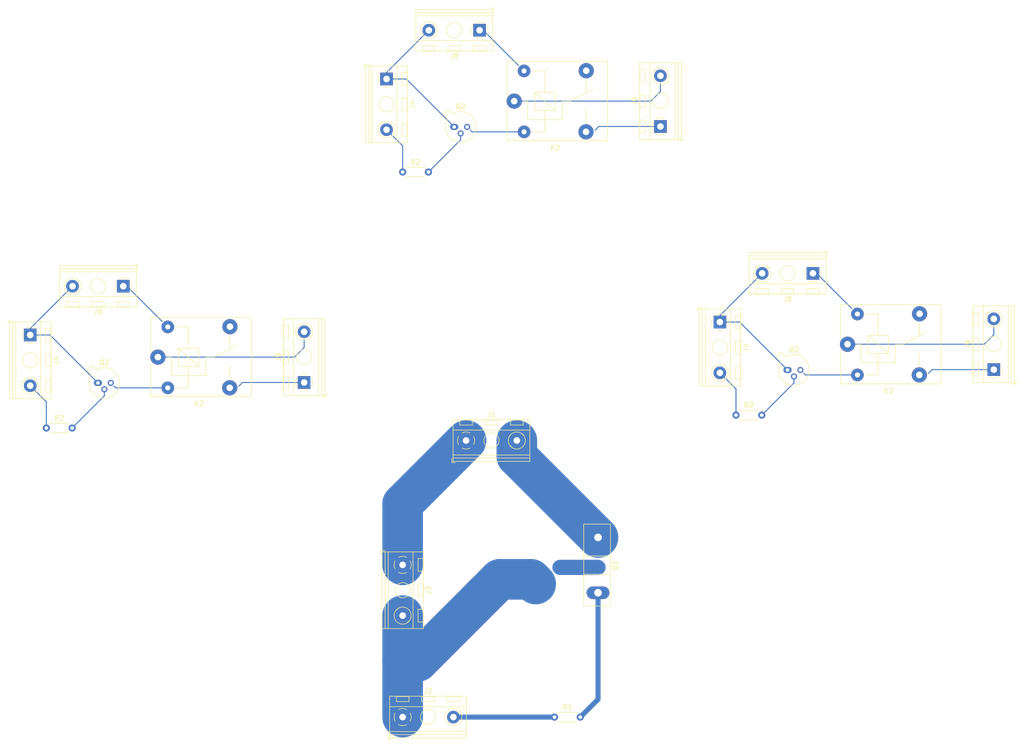
<source format=kicad_pcb>
(kicad_pcb (version 20240108) (generator "pcbnew") (generator_version "8.0")
  (layers (0 "F.Cu" signal) (31 "B.Cu" signal) (34 "B.Paste" user) (35 "F.Paste" user) (36 "B.SilkS" user "B.Silkscreen") (37 "F.SilkS" user "F.Silkscreen") (38 "B.Mask" user) (39 "F.Mask" user) (44 "Edge.Cuts" user))
  (net 0 "")
  (net 1 "Net-(J4-Pin_1)")
  (net 2 "Net-(J4-Pin_2)")
  (net 3 "Net-(J8-Pin_1)")
  (net 4 "Net-(J9-Pin_1)")
  (net 5 "Net-(J9-Pin_2)")
  (net 6 "Net-(Q2-B)")
  (net 7 "Net-(Q2-C)")
  (footprint "TerminalBlock_RND:TerminalBlock_RND_205-00298_1x02_P10.00mm_Horizontal" (layer "F.Cu") (at 68.7775 88.5425 180)
    (property "Reference" "J8" (at 5 -5.11 0) (layer "F.SilkS"))
    (property "Value" "Screw_Terminal_01x02")
    (pad "1" thru_hole rect (at 0 0 180) (size 2.5 2.5) (drill 1.3) (layers "*.Cu" "*.Mask") (net 3 "Net-(J8-Pin_1)"))
    (pad "2" thru_hole circle (at 10 0 180) (size 2.5 2.5) (drill 1.3) (layers "*.Cu" "*.Mask") (net 1 "Net-(J4-Pin_1)"))
  )
  (footprint "TerminalBlock_RND:TerminalBlock_RND_205-00298_1x02_P10.00mm_Horizontal" (layer "F.Cu") (at 104.4175 107.5125 90)
    (property "Reference" "J9" (at 5 -5.11 90) (layer "F.SilkS"))
    (property "Value" "Screw_Terminal_01x02")
    (pad "1" thru_hole rect (at 0 0 90) (size 2.5 2.5) (drill 1.3) (layers "*.Cu" "*.Mask") (net 4 "Net-(J9-Pin_1)"))
    (pad "2" thru_hole circle (at 10 0 90) (size 2.5 2.5) (drill 1.3) (layers "*.Cu" "*.Mask") (net 5 "Net-(J9-Pin_2)"))
  )
  (footprint "Relay_THT:Relay_SPDT_SANYOU_SRD_Series_Form_C" (layer "F.Cu") (at 145.805 52.07)
    (property "Reference" "K2" (at 8.1 9.2 0) (layer "F.SilkS"))
    (property "Value" "Relay_SPST-NO")
    (pad "1" thru_hole circle (at 0 0 90) (size 3 3) (drill 1.3) (layers "*.Cu" "*.Mask"))
    (pad "2" thru_hole circle (at 1.95 6.05 90) (size 2.5 2.5) (drill 1) (layers "*.Cu" "*.Mask"))
    (pad "3" thru_hole circle (at 14.15 6.05 90) (size 3 3) (drill 1.3) (layers "*.Cu" "*.Mask"))
    (pad "4" thru_hole circle (at 14.2 -6 90) (size 3 3) (drill 1.3) (layers "*.Cu" "*.Mask"))
    (pad "5" thru_hole circle (at 1.95 -5.95 90) (size 2.5 2.5) (drill 1) (layers "*.Cu" "*.Mask"))
  )
  (footprint "TerminalBlock_RND:TerminalBlock_RND_205-00298_1x02_P10.00mm_Horizontal" (layer "F.Cu") (at 50.4425 98.1475 -90)
    (property "Reference" "J4" (at 5 -5.11 90) (layer "F.SilkS"))
    (property "Value" "Screw_Terminal_01x02")
    (pad "1" thru_hole rect (at 0 0 270) (size 2.5 2.5) (drill 1.3) (layers "*.Cu" "*.Mask") (net 1 "Net-(J4-Pin_1)"))
    (pad "2" thru_hole circle (at 10 0 270) (size 2.5 2.5) (drill 1.3) (layers "*.Cu" "*.Mask") (net 2 "Net-(J4-Pin_2)"))
  )
  (footprint "TerminalBlock_RND:TerminalBlock_RND_205-00298_1x02_P10.00mm_Horizontal" (layer "F.Cu") (at 138.985 38.1 180)
    (property "Reference" "J8" (at 5 -5.11 360) (layer "F.SilkS"))
    (property "Value" "Screw_Terminal_01x02")
    (pad "1" thru_hole rect (at 0 0 180) (size 2.5 2.5) (drill 1.3) (layers "*.Cu" "*.Mask") (net 3 "Net-(J8-Pin_1)"))
    (pad "2" thru_hole circle (at 10 0 180) (size 2.5 2.5) (drill 1.3) (layers "*.Cu" "*.Mask") (net 1 "Net-(J4-Pin_1)"))
  )
  (footprint "TerminalBlock_RND:TerminalBlock_RND_205-00298_1x02_P10.00mm_Horizontal" (layer "F.Cu") (at 123.825 173.445)
    (property "Reference" "J2" (at 5 -5.11 0) (layer "F.SilkS"))
    (property "Value" "Screw_Terminal_01x02")
    (pad "1" thru_hole rect (at 0 0) (size 2.5 2.5) (drill 1.3) (layers "*.Cu" "*.Mask"))
    (pad "2" thru_hole circle (at 10 0) (size 2.5 2.5) (drill 1.3) (layers "*.Cu" "*.Mask"))
  )
  (footprint "TerminalBlock_RND:TerminalBlock_RND_205-00298_1x02_P10.00mm_Horizontal" (layer "F.Cu") (at 204.6675 86.0025 180)
    (property "Reference" "J8" (at 5 -5.11 0) (layer "F.SilkS"))
    (property "Value" "Screw_Terminal_01x02")
    (pad "1" thru_hole rect (at 0 0 180) (size 2.5 2.5) (drill 1.3) (layers "*.Cu" "*.Mask") (net 3 "Net-(J8-Pin_1)"))
    (pad "2" thru_hole circle (at 10 0 180) (size 2.5 2.5) (drill 1.3) (layers "*.Cu" "*.Mask") (net 1 "Net-(J4-Pin_1)"))
  )
  (footprint "Package_TO_SOT_THT:TO-247-2_Vertical" (layer "F.Cu") (at 162.325 138.045 -90)
    (property "Reference" "Q1" (at 5.45 -3.45 90) (layer "F.SilkS"))
    (property "Value" "NMOS")
    (pad "1" thru_hole rect (at 0 0 270) (size 2.5 4.5) (drill 1.5) (layers "*.Cu" "*.Mask"))
    (pad "2" thru_hole oval (at 10.9 0 270) (size 2.5 4.5) (drill 1.5) (layers "*.Cu" "*.Mask"))
  )
  (footprint "Package_TO_SOT_THT:TO-18-3" (layer "F.Cu") (at 199.6675 105.0525)
    (property "Reference" "Q2" (at 1.27 -4.02 0) (layer "F.SilkS"))
    (property "Value" "BC107" (hide yes))
    (pad "1" thru_hole oval (at 0 0) (size 1.6 1.2) (drill 0.7) (layers "*.Cu" "*.Mask") (net 1 "Net-(J4-Pin_1)"))
    (pad "2" thru_hole oval (at 1.27 1.27) (size 1.2 1.2) (drill 0.7) (layers "*.Cu" "*.Mask") (net 6 "Net-(Q2-B)"))
    (pad "3" thru_hole oval (at 2.54 0) (size 1.2 1.2) (drill 0.7) (layers "*.Cu" "*.Mask") (net 7 "Net-(Q2-C)"))
  )
  (footprint "Package_TO_SOT_THT:TO-18-3" (layer "F.Cu") (at 133.985 57.15)
    (property "Reference" "Q2" (at 1.27 -4.02 0) (layer "F.SilkS"))
    (property "Value" "BC107" (hide yes))
    (pad "1" thru_hole oval (at 0 0) (size 1.6 1.2) (drill 0.7) (layers "*.Cu" "*.Mask") (net 1 "Net-(J4-Pin_1)"))
    (pad "2" thru_hole oval (at 1.27 1.27) (size 1.2 1.2) (drill 0.7) (layers "*.Cu" "*.Mask") (net 6 "Net-(Q2-B)"))
    (pad "3" thru_hole oval (at 2.54 0) (size 1.2 1.2) (drill 0.7) (layers "*.Cu" "*.Mask") (net 7 "Net-(Q2-C)"))
  )
  (footprint "Package_TO_SOT_THT:TO-18-3" (layer "F.Cu") (at 63.7775 107.5925)
    (property "Reference" "Q2" (at 1.27 -4.02 0) (layer "F.SilkS"))
    (property "Value" "BC107" (hide yes))
    (pad "1" thru_hole oval (at 0 0) (size 1.6 1.2) (drill 0.7) (layers "*.Cu" "*.Mask") (net 1 "Net-(J4-Pin_1)"))
    (pad "2" thru_hole oval (at 1.27 1.27) (size 1.2 1.2) (drill 0.7) (layers "*.Cu" "*.Mask") (net 6 "Net-(Q2-B)"))
    (pad "3" thru_hole oval (at 2.54 0) (size 1.2 1.2) (drill 0.7) (layers "*.Cu" "*.Mask") (net 7 "Net-(Q2-C)"))
  )
  (footprint "Relay_THT:Relay_SPDT_SANYOU_SRD_Series_Form_C" (layer "F.Cu") (at 211.4875 99.9725)
    (property "Reference" "K2" (at 8.1 9.2 0) (layer "F.SilkS"))
    (property "Value" "Relay_SPST-NO")
    (pad "1" thru_hole circle (at 0 0 90) (size 3 3) (drill 1.3) (layers "*.Cu" "*.Mask"))
    (pad "2" thru_hole circle (at 1.95 6.05 90) (size 2.5 2.5) (drill 1) (layers "*.Cu" "*.Mask"))
    (pad "3" thru_hole circle (at 14.15 6.05 90) (size 3 3) (drill 1.3) (layers "*.Cu" "*.Mask"))
    (pad "4" thru_hole circle (at 14.2 -6 90) (size 3 3) (drill 1.3) (layers "*.Cu" "*.Mask"))
    (pad "5" thru_hole circle (at 1.95 -5.95 90) (size 2.5 2.5) (drill 1) (layers "*.Cu" "*.Mask"))
  )
  (footprint "TerminalBlock_RND:TerminalBlock_RND_205-00298_1x02_P10.00mm_Horizontal" (layer "F.Cu") (at 240.3075 104.9725 90)
    (property "Reference" "J9" (at 5 -5.11 90) (layer "F.SilkS"))
    (property "Value" "Screw_Terminal_01x02")
    (pad "1" thru_hole rect (at 0 0 90) (size 2.5 2.5) (drill 1.3) (layers "*.Cu" "*.Mask") (net 4 "Net-(J9-Pin_1)"))
    (pad "2" thru_hole circle (at 10 0 90) (size 2.5 2.5) (drill 1.3) (layers "*.Cu" "*.Mask") (net 5 "Net-(J9-Pin_2)"))
  )
  (footprint "TerminalBlock_RND:TerminalBlock_RND_205-00298_1x02_P10.00mm_Horizontal" (layer "F.Cu") (at 174.625 57.07 90)
    (property "Reference" "J9" (at 5 -5.11 90) (layer "F.SilkS"))
    (property "Value" "Screw_Terminal_01x02")
    (pad "1" thru_hole rect (at 0 0 90) (size 2.5 2.5) (drill 1.3) (layers "*.Cu" "*.Mask") (net 4 "Net-(J9-Pin_1)"))
    (pad "2" thru_hole circle (at 10 0 90) (size 2.5 2.5) (drill 1.3) (layers "*.Cu" "*.Mask") (net 5 "Net-(J9-Pin_2)"))
  )
  (footprint "Resistor_THT:R_Axial_DIN0204_L3.6mm_D1.6mm_P5.08mm_Horizontal" (layer "F.Cu") (at 153.745 173.445)
    (property "Reference" "R1" (at 2.54 -1.92 0) (layer "F.SilkS"))
    (property "Value" "R")
    (pad "1" thru_hole circle (at 0 0) (size 1.4 1.4) (drill 0.7) (layers "*.Cu" "*.Mask"))
    (pad "2" thru_hole oval (at 5.08 0) (size 1.4 1.4) (drill 0.7) (layers "*.Cu" "*.Mask"))
  )
  (footprint "Resistor_THT:R_Axial_DIN0204_L3.6mm_D1.6mm_P5.08mm_Horizontal" (layer "F.Cu") (at 189.5075 113.9425)
    (property "Reference" "R2" (at 2.54 -1.92 0) (layer "F.SilkS"))
    (property "Value" "R")
    (pad "1" thru_hole circle (at 0 0) (size 1.4 1.4) (drill 0.7) (layers "*.Cu" "*.Mask") (net 2 "Net-(J4-Pin_2)"))
    (pad "2" thru_hole oval (at 5.08 0) (size 1.4 1.4) (drill 0.7) (layers "*.Cu" "*.Mask") (net 6 "Net-(Q2-B)"))
  )
  (footprint "Relay_THT:Relay_SPDT_SANYOU_SRD_Series_Form_C" (layer "F.Cu") (at 75.5975 102.5125)
    (property "Reference" "K2" (at 8.1 9.2 0) (layer "F.SilkS"))
    (property "Value" "Relay_SPST-NO")
    (pad "1" thru_hole circle (at 0 0 90) (size 3 3) (drill 1.3) (layers "*.Cu" "*.Mask"))
    (pad "2" thru_hole circle (at 1.95 6.05 90) (size 2.5 2.5) (drill 1) (layers "*.Cu" "*.Mask"))
    (pad "3" thru_hole circle (at 14.15 6.05 90) (size 3 3) (drill 1.3) (layers "*.Cu" "*.Mask"))
    (pad "4" thru_hole circle (at 14.2 -6 90) (size 3 3) (drill 1.3) (layers "*.Cu" "*.Mask"))
    (pad "5" thru_hole circle (at 1.95 -5.95 90) (size 2.5 2.5) (drill 1) (layers "*.Cu" "*.Mask"))
  )
  (footprint "Resistor_THT:R_Axial_DIN0204_L3.6mm_D1.6mm_P5.08mm_Horizontal" (layer "F.Cu") (at 53.6175 116.4825)
    (property "Reference" "R2" (at 2.54 -1.92 0) (layer "F.SilkS"))
    (property "Value" "R")
    (pad "1" thru_hole circle (at 0 0) (size 1.4 1.4) (drill 0.7) (layers "*.Cu" "*.Mask") (net 2 "Net-(J4-Pin_2)"))
    (pad "2" thru_hole oval (at 5.08 0) (size 1.4 1.4) (drill 0.7) (layers "*.Cu" "*.Mask") (net 6 "Net-(Q2-B)"))
  )
  (footprint "TerminalBlock_RND:TerminalBlock_RND_205-00298_1x02_P10.00mm_Horizontal" (layer "F.Cu") (at 136.325 118.945)
    (property "Reference" "J1" (at 5 -5.11 0) (layer "F.SilkS"))
    (property "Value" "Screw_Terminal_01x02")
    (pad "1" thru_hole rect (at 0 0) (size 2.5 2.5) (drill 1.3) (layers "*.Cu" "*.Mask"))
    (pad "2" thru_hole circle (at 10 0) (size 2.5 2.5) (drill 1.3) (layers "*.Cu" "*.Mask"))
  )
  (footprint "TerminalBlock_RND:TerminalBlock_RND_205-00298_1x02_P10.00mm_Horizontal" (layer "F.Cu") (at 120.65 47.705 -90)
    (property "Reference" "J4" (at 5 -5.11 90) (layer "F.SilkS"))
    (property "Value" "Screw_Terminal_01x02")
    (pad "1" thru_hole rect (at 0 0 270) (size 2.5 2.5) (drill 1.3) (layers "*.Cu" "*.Mask") (net 1 "Net-(J4-Pin_1)"))
    (pad "2" thru_hole circle (at 10 0 270) (size 2.5 2.5) (drill 1.3) (layers "*.Cu" "*.Mask") (net 2 "Net-(J4-Pin_2)"))
  )
  (footprint "Resistor_THT:R_Axial_DIN0204_L3.6mm_D1.6mm_P5.08mm_Horizontal" (layer "F.Cu") (at 123.825 66.04)
    (property "Reference" "R2" (at 2.54 -1.92 360) (layer "F.SilkS"))
    (property "Value" "R")
    (pad "1" thru_hole circle (at 0 0) (size 1.4 1.4) (drill 0.7) (layers "*.Cu" "*.Mask") (net 2 "Net-(J4-Pin_2)"))
    (pad "2" thru_hole oval (at 5.08 0) (size 1.4 1.4) (drill 0.7) (layers "*.Cu" "*.Mask") (net 6 "Net-(Q2-B)"))
  )
  (footprint "TerminalBlock_RND:TerminalBlock_RND_205-00298_1x02_P10.00mm_Horizontal" (layer "F.Cu") (at 123.825 143.445 -90)
    (property "Reference" "J3" (at 5 -5.11 90) (layer "F.SilkS"))
    (property "Value" "Screw_Terminal_01x02")
    (pad "1" thru_hole rect (at 0 0 270) (size 2.5 2.5) (drill 1.3) (layers "*.Cu" "*.Mask"))
    (pad "2" thru_hole circle (at 10 0 270) (size 2.5 2.5) (drill 1.3) (layers "*.Cu" "*.Mask"))
  )
  (footprint "TerminalBlock_RND:TerminalBlock_RND_205-00298_1x02_P10.00mm_Horizontal" (layer "F.Cu") (at 186.3325 95.6075 -90)
    (property "Reference" "J4" (at 5 -5.11 90) (layer "F.SilkS"))
    (property "Value" "Screw_Terminal_01x02")
    (pad "1" thru_hole rect (at 0 0 270) (size 2.5 2.5) (drill 1.3) (layers "*.Cu" "*.Mask") (net 1 "Net-(J4-Pin_1)"))
    (pad "2" thru_hole circle (at 10 0 270) (size 2.5 2.5) (drill 1.3) (layers "*.Cu" "*.Mask") (net 2 "Net-(J4-Pin_2)"))
  )
  (segment (start 123.825 131.445) (end 136.325 118.945) (width 8) (layer "B.Cu") (net 0))
  (segment (start 238.4075 99.9725) (end 240.3075 98.0725) (width 0.2) (layer "B.Cu") (net 0))
  (segment (start 149.125 146.306017) (end 150.044492 147.225509) (width 8) (layer "B.Cu") (net 0))
  (segment (start 142.963983 146.306017) (end 149.125 146.306017) (width 8) (layer "B.Cu") (net 0))
  (segment (start 203.1775 106.0225) (end 202.843896 105.688896) (width 0.2) (layer "B.Cu") (net 0))
  (segment (start 126.825 162.445) (end 139.825 149.445) (width 8) (layer "B.Cu") (net 0))
  (segment (start 172.725 52.07) (end 174.625 50.17) (width 0.2) (layer "B.Cu") (net 0))
  (segment (start 146.325 118.945) (end 146.325 122.045) (width 8) (layer "B.Cu") (net 0))
  (segment (start 102.5175 102.5125) (end 104.4175 100.6125) (width 0.2) (layer "B.Cu") (net 0))
  (segment (start 147.755 58.12) (end 137.495 58.12) (width 0.2) (layer "B.Cu") (net 0))
  (segment (start 158.825 173.445) (end 162.325 169.945) (width 1) (layer "B.Cu") (net 0))
  (segment (start 137.495 58.12) (end 137.161396 57.786396) (width 0.2) (layer "B.Cu") (net 0))
  (segment (start 153.745 173.445) (end 133.825 173.445) (width 1) (layer "B.Cu") (net 0))
  (segment (start 77.5475 108.5625) (end 67.2875 108.5625) (width 0.2) (layer "B.Cu") (net 0))
  (segment (start 162.325 169.945) (end 162.325 148.945) (width 1) (layer "B.Cu") (net 0))
  (segment (start 139.825 149.445) (end 142.963983 146.306017) (width 8) (layer "B.Cu") (net 0))
  (segment (start 162.325 143.945) (end 154.825 143.945) (width 3) (layer "B.Cu") (net 0))
  (segment (start 67.2875 108.5625) (end 66.953896 108.228896) (width 0.2) (layer "B.Cu") (net 0))
  (segment (start 75.5975 102.5125) (end 102.5175 102.5125) (width 0.2) (layer "B.Cu") (net 0))
  (segment (start 123.825 153.445) (end 123.825 162.445) (width 8) (layer "B.Cu") (net 0))
  (segment (start 123.825 162.445) (end 126.825 162.445) (width 8) (layer "B.Cu") (net 0))
  (segment (start 146.325 122.045) (end 162.325 138.045) (width 8) (layer "B.Cu") (net 0))
  (segment (start 240.3075 98.0725) (end 240.3075 96.5225) (width 0.2) (layer "B.Cu") (net 0))
  (segment (start 211.4875 99.9725) (end 238.4075 99.9725) (width 0.2) (layer "B.Cu") (net 0))
  (segment (start 123.825 162.445) (end 123.825 173.445) (width 8) (layer "B.Cu") (net 0))
  (segment (start 123.825 143.445) (end 123.825 131.445) (width 8) (layer "B.Cu") (net 0))
  (segment (start 104.4175 100.6125) (end 104.4175 99.0625) (width 0.2) (layer "B.Cu") (net 0))
  (segment (start 213.4375 106.0225) (end 203.1775 106.0225) (width 0.2) (layer "B.Cu") (net 0))
  (segment (start 145.805 52.07) (end 172.725 52.07) (width 0.2) (layer "B.Cu") (net 0))
  (segment (start 174.625 50.17) (end 174.625 48.62) (width 0.2) (layer "B.Cu") (net 0))
  (segment (start 120.65 46.435) (end 120.65 47.705) (width 0.2) (layer "B.Cu") (net 1))
  (segment (start 128.985 38.1) (end 120.65 46.435) (width 0.2) (layer "B.Cu") (net 1))
  (segment (start 50.4425 98.1475) (end 54.3325 98.1475) (width 0.2) (layer "B.Cu") (net 1))
  (segment (start 58.7775 88.5425) (end 50.4425 96.8775) (width 0.2) (layer "B.Cu") (net 1))
  (segment (start 186.3325 95.6075) (end 190.2225 95.6075) (width 0.2) (layer "B.Cu") (net 1))
  (segment (start 124.54 47.705) (end 133.985 57.15) (width 0.2) (layer "B.Cu") (net 1))
  (segment (start 186.3325 94.3375) (end 186.3325 95.6075) (width 0.2) (layer "B.Cu") (net 1))
  (segment (start 50.4425 96.8775) (end 50.4425 98.1475) (width 0.2) (layer "B.Cu") (net 1))
  (segment (start 190.2225 95.6075) (end 199.6675 105.0525) (width 0.2) (layer "B.Cu") (net 1))
  (segment (start 194.6675 86.0025) (end 186.3325 94.3375) (width 0.2) (layer "B.Cu") (net 1))
  (segment (start 54.3325 98.1475) (end 63.7775 107.5925) (width 0.2) (layer "B.Cu") (net 1))
  (segment (start 120.65 47.705) (end 124.54 47.705) (width 0.2) (layer "B.Cu") (net 1))
  (segment (start 123.825 66.04) (end 123.825 60.88) (width 0.2) (layer "B.Cu") (net 2))
  (segment (start 189.5075 113.9425) (end 189.5075 108.7825) (width 0.2) (layer "B.Cu") (net 2))
  (segment (start 53.6175 111.3225) (end 50.4425 108.1475) (width 0.2) (layer "B.Cu") (net 2))
  (segment (start 53.6175 116.4825) (end 53.6175 111.3225) (width 0.2) (layer "B.Cu") (net 2))
  (segment (start 189.5075 108.7825) (end 186.3325 105.6075) (width 0.2) (layer "B.Cu") (net 2))
  (segment (start 123.825 60.88) (end 120.65 57.705) (width 0.2) (layer "B.Cu") (net 2))
  (segment (start 204.6675 86.0025) (end 205.3825 86.0025) (width 0.2) (layer "B.Cu") (net 3))
  (segment (start 69.4925 88.5425) (end 76.433984 95.483984) (width 0.2) (layer "B.Cu") (net 3))
  (segment (start 205.3825 86.0025) (end 212.323984 92.943984) (width 0.2) (layer "B.Cu") (net 3))
  (segment (start 139.7 38.1) (end 146.641484 45.041484) (width 0.2) (layer "B.Cu") (net 3))
  (segment (start 138.985 38.1) (end 139.7 38.1) (width 0.2) (layer "B.Cu") (net 3))
  (segment (start 68.7775 88.5425) (end 69.4925 88.5425) (width 0.2) (layer "B.Cu") (net 3))
  (segment (start 104.3575 108.5625) (end 105.4075 107.5125) (width 0.2) (layer "F.Cu") (net 4))
  (segment (start 240.2475 106.0225) (end 241.2975 104.9725) (width 0.2) (layer "F.Cu") (net 4))
  (segment (start 174.565 58.12) (end 175.615 57.07) (width 0.2) (layer "F.Cu") (net 4))
  (segment (start 228.1525 104.9725) (end 227.4375 105.6875) (width 0.2) (layer "B.Cu") (net 4))
  (segment (start 174.625 57.07) (end 162.47 57.07) (width 0.2) (layer "B.Cu") (net 4))
  (segment (start 104.4175 107.5125) (end 92.2625 107.5125) (width 0.2) (layer "B.Cu") (net 4))
  (segment (start 240.3075 104.9725) (end 228.1525 104.9725) (width 0.2) (layer "B.Cu") (net 4))
  (segment (start 162.47 57.07) (end 161.755 57.785) (width 0.2) (layer "B.Cu") (net 4))
  (segment (start 92.2625 107.5125) (end 91.5475 108.2275) (width 0.2) (layer "B.Cu") (net 4))
  (segment (start 200.9375 107.5925) (end 194.5875 113.9425) (width 0.2) (layer "B.Cu") (net 6))
  (segment (start 135.255 58.42) (end 135.255 59.69) (width 0.2) (layer "B.Cu") (net 6))
  (segment (start 135.255 59.69) (end 128.905 66.04) (width 0.2) (layer "B.Cu") (net 6))
  (segment (start 65.0475 110.1325) (end 58.6975 116.4825) (width 0.2) (layer "B.Cu") (net 6))
  (segment (start 200.9375 106.3225) (end 200.9375 107.5925) (width 0.2) (layer "B.Cu") (net 6))
  (segment (start 65.0475 108.8625) (end 65.0475 110.1325) (width 0.2) (layer "B.Cu") (net 6))
)
</source>
